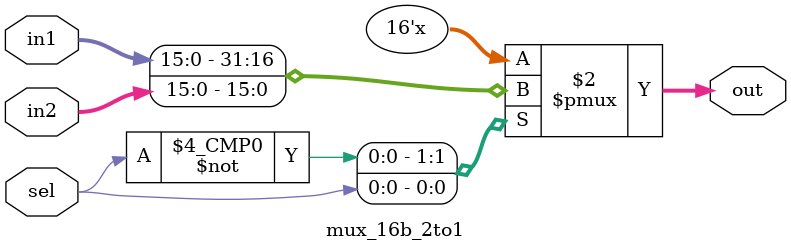
<source format=v>
/*
    CS522 Project 

    Will Martin
    Neil Walsh

    Mux 2:1 16-bit

    sel=0, out=in1
    sel=1, out=in2
*/
`default_nettype none
module mux_16b_2to1 (out, in1, in2, sel);
    // inputs
    input wire [15:0] in1, in2;
    input wire sel;

    // outputs
    output reg [15:0] out;

    always @* begin
        case(sel)
            1'b0: out=in1;
            1'b1: out=in2; 
            default: out=in1;
        endcase
    end
endmodule
`default_nettype wire
</source>
